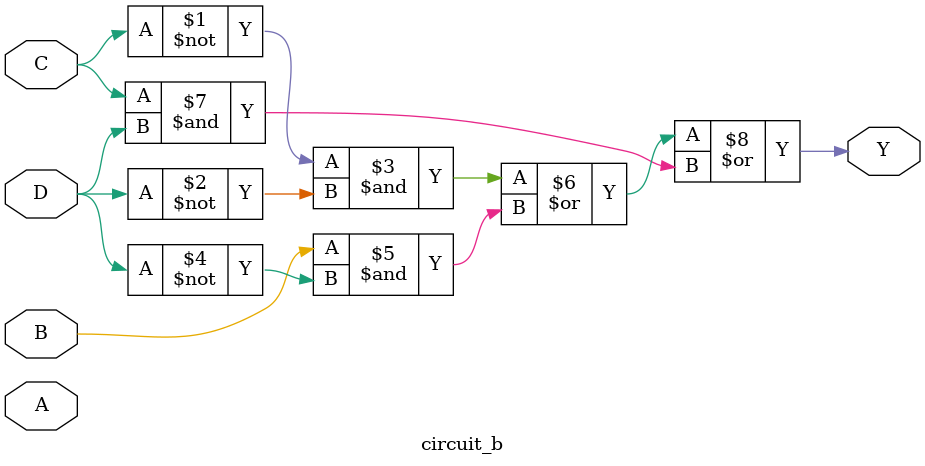
<source format=v>
module circuit_b(
    input A, B, C, D,
    output Y
);

    assign Y = (~C & ~D) |
               (B & ~D) |
               (C & D);

endmodule

</source>
